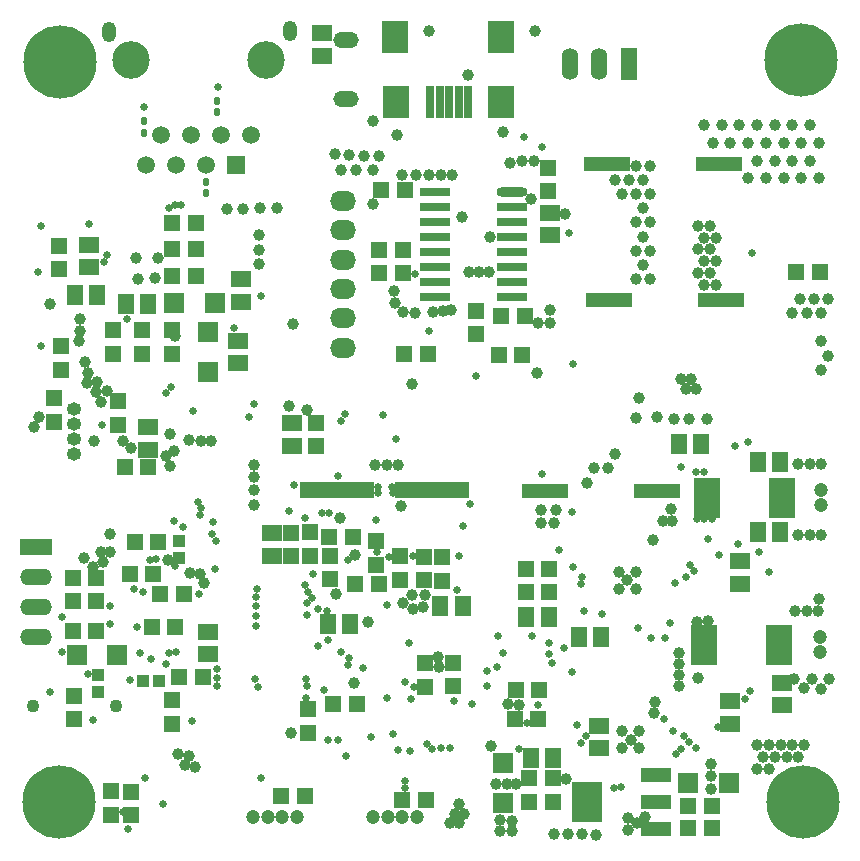
<source format=gbs>
G04*
G04 #@! TF.GenerationSoftware,Altium Limited,Altium Designer,20.0.2 (26)*
G04*
G04 Layer_Color=16711935*
%FSLAX25Y25*%
%MOIN*%
G70*
G01*
G75*
%ADD74R,0.05600X0.05600*%
%ADD75R,0.05600X0.05600*%
%ADD76R,0.04100X0.04100*%
%ADD77R,0.04100X0.04100*%
%ADD78R,0.02769X0.10642*%
%ADD80R,0.05718X0.06506*%
%ADD81R,0.10249X0.13792*%
%ADD82R,0.10249X0.04737*%
%ADD84R,0.06800X0.06800*%
%ADD85R,0.15800X0.05131*%
%ADD89R,0.06506X0.05718*%
%ADD114R,0.08674X0.10642*%
%ADD117R,0.24800X0.05524*%
%ADD120C,0.05906*%
%ADD121C,0.24422*%
%ADD122R,0.05524X0.10642*%
%ADD123O,0.05524X0.10642*%
%ADD124C,0.04737*%
%ADD125O,0.04934X0.04343*%
%ADD126C,0.04343*%
%ADD127R,0.10642X0.05524*%
%ADD128O,0.10642X0.05524*%
%ADD129R,0.05906X0.05906*%
%ADD130C,0.12520*%
%ADD131O,0.04737X0.06800*%
%ADD132O,0.08474X0.05324*%
%ADD133O,0.08674X0.06706*%
%ADD134C,0.02572*%
%ADD135C,0.03950*%
%ADD136C,0.02572*%
%ADD187R,0.06800X0.06800*%
%ADD188R,0.08800X0.13300*%
%ADD189O,0.10443X0.03100*%
%ADD190R,0.10443X0.03100*%
G04:AMPARAMS|DCode=191|XSize=27.29mil|YSize=19.81mil|CornerRadius=5.48mil|HoleSize=0mil|Usage=FLASHONLY|Rotation=90.000|XOffset=0mil|YOffset=0mil|HoleType=Round|Shape=RoundedRectangle|*
%AMROUNDEDRECTD191*
21,1,0.02729,0.00886,0,0,90.0*
21,1,0.01634,0.01981,0,0,90.0*
1,1,0.01095,0.00443,0.00817*
1,1,0.01095,0.00443,-0.00817*
1,1,0.01095,-0.00443,-0.00817*
1,1,0.01095,-0.00443,0.00817*
%
%ADD191ROUNDEDRECTD191*%
D74*
X-1200Y14437D02*
D03*
Y6563D02*
D03*
X97000Y49463D02*
D03*
Y57337D02*
D03*
X131500Y18937D02*
D03*
Y11063D02*
D03*
X139500Y18937D02*
D03*
Y11063D02*
D03*
X-20200Y46437D02*
D03*
Y38563D02*
D03*
X12700Y44937D02*
D03*
Y37063D02*
D03*
X-7600Y6763D02*
D03*
Y14637D02*
D03*
X-5500Y136763D02*
D03*
Y144637D02*
D03*
X-26900Y145737D02*
D03*
Y137863D02*
D03*
X52400Y100837D02*
D03*
Y92963D02*
D03*
X58700Y100937D02*
D03*
Y93063D02*
D03*
X65100Y85263D02*
D03*
Y93137D02*
D03*
X96500Y84963D02*
D03*
Y92837D02*
D03*
X106400Y57537D02*
D03*
Y49663D02*
D03*
X102500Y84863D02*
D03*
Y92737D02*
D03*
X58000Y34163D02*
D03*
Y42037D02*
D03*
X80500Y97937D02*
D03*
Y90063D02*
D03*
X88600Y85063D02*
D03*
Y92937D02*
D03*
X60600Y137537D02*
D03*
Y129663D02*
D03*
X138000Y222437D02*
D03*
Y214563D02*
D03*
X114000Y174837D02*
D03*
Y166963D02*
D03*
X-7000Y160477D02*
D03*
Y168351D02*
D03*
X2500Y160477D02*
D03*
Y168351D02*
D03*
X12500Y160477D02*
D03*
Y168351D02*
D03*
X-25000Y196433D02*
D03*
Y188559D02*
D03*
X-24500Y155063D02*
D03*
Y162937D02*
D03*
D75*
X-1537Y87200D02*
D03*
X6337D02*
D03*
X8037Y97600D02*
D03*
X163D02*
D03*
X-20537Y78200D02*
D03*
X-12663D02*
D03*
X12649Y204000D02*
D03*
X20523D02*
D03*
X66263Y43800D02*
D03*
X74137D02*
D03*
X228437Y187800D02*
D03*
X220563D02*
D03*
X192437Y2500D02*
D03*
X184563D02*
D03*
X192437Y9600D02*
D03*
X184563D02*
D03*
X16537Y80300D02*
D03*
X8663D02*
D03*
X13637Y69500D02*
D03*
X5763D02*
D03*
X-20537Y68200D02*
D03*
X-12663D02*
D03*
X-20537Y85600D02*
D03*
X-12663D02*
D03*
X15063Y52700D02*
D03*
X22937D02*
D03*
X-3237Y122600D02*
D03*
X4637D02*
D03*
X72937Y99300D02*
D03*
X65063D02*
D03*
X81437Y83800D02*
D03*
X73563D02*
D03*
X56874Y13000D02*
D03*
X49000D02*
D03*
X97237Y11700D02*
D03*
X89363D02*
D03*
X126763Y38700D02*
D03*
X134637D02*
D03*
X127163Y48400D02*
D03*
X135037D02*
D03*
X130463Y88600D02*
D03*
X138337D02*
D03*
X130463Y81100D02*
D03*
X138337D02*
D03*
X89437Y195000D02*
D03*
X81563D02*
D03*
X81563Y187500D02*
D03*
X89437D02*
D03*
X130237Y173100D02*
D03*
X122363D02*
D03*
X129337Y159900D02*
D03*
X121463D02*
D03*
X90063Y160400D02*
D03*
X97937D02*
D03*
X90237Y214900D02*
D03*
X82363D02*
D03*
X20523Y186500D02*
D03*
X12649D02*
D03*
X20523Y195500D02*
D03*
X12649D02*
D03*
D76*
X15000Y92450D02*
D03*
Y97950D02*
D03*
X-12100Y47750D02*
D03*
Y53250D02*
D03*
D77*
X8300Y51500D02*
D03*
X2800D02*
D03*
D78*
X98701Y244500D02*
D03*
X101850D02*
D03*
X105000D02*
D03*
X108150D02*
D03*
X111299D02*
D03*
D80*
X64460Y70400D02*
D03*
X71940D02*
D03*
X109540Y76500D02*
D03*
X102059D02*
D03*
X132160Y25600D02*
D03*
X139640D02*
D03*
X148160Y66100D02*
D03*
X155640D02*
D03*
X138140Y72600D02*
D03*
X130659D02*
D03*
X207760Y124500D02*
D03*
X215241D02*
D03*
X181560Y130300D02*
D03*
X189041D02*
D03*
X215240Y101000D02*
D03*
X207759D02*
D03*
X-19740Y180000D02*
D03*
X-12259D02*
D03*
X-2740Y177000D02*
D03*
X4741D02*
D03*
D81*
X151000Y11000D02*
D03*
D82*
X173835Y20055D02*
D03*
X173835Y11000D02*
D03*
X173835Y1945D02*
D03*
D84*
X184649Y17280D02*
D03*
X198149D02*
D03*
X-19251Y59980D02*
D03*
X-5751D02*
D03*
X13249Y177480D02*
D03*
X26749D02*
D03*
D85*
X174201Y114600D02*
D03*
X136799D02*
D03*
X158099Y178400D02*
D03*
X195501D02*
D03*
X157499Y223600D02*
D03*
X194901D02*
D03*
D89*
X198700Y44640D02*
D03*
Y37159D02*
D03*
X215800Y50800D02*
D03*
Y43320D02*
D03*
X52500Y137240D02*
D03*
Y129760D02*
D03*
X24500Y67740D02*
D03*
Y60259D02*
D03*
X4600Y135940D02*
D03*
Y128460D02*
D03*
X45800Y93160D02*
D03*
X45800Y100640D02*
D03*
X154900Y36440D02*
D03*
Y28960D02*
D03*
X201900Y91340D02*
D03*
Y83859D02*
D03*
X138500Y200020D02*
D03*
Y207500D02*
D03*
X34500Y157260D02*
D03*
Y164741D02*
D03*
X35500Y177760D02*
D03*
Y185240D02*
D03*
X-15000Y189260D02*
D03*
Y196740D02*
D03*
X62500Y267240D02*
D03*
Y259759D02*
D03*
D114*
X87283Y244500D02*
D03*
X122323D02*
D03*
X86890Y266154D02*
D03*
X122323D02*
D03*
D117*
X67600Y114900D02*
D03*
X99096D02*
D03*
D120*
X4000Y223500D02*
D03*
X9000Y233500D02*
D03*
X39000D02*
D03*
X29000D02*
D03*
X14000Y223500D02*
D03*
X24000D02*
D03*
X19000Y233500D02*
D03*
D121*
X-25000Y11000D02*
D03*
X223000D02*
D03*
X222300Y258300D02*
D03*
X-24600Y257600D02*
D03*
D122*
X164842Y257000D02*
D03*
D123*
X155000D02*
D03*
X145158D02*
D03*
D124*
X228500Y65921D02*
D03*
Y61000D02*
D03*
X54264Y6000D02*
D03*
X39500D02*
D03*
X44421D02*
D03*
X49343D02*
D03*
X94264D02*
D03*
X79500D02*
D03*
X84421D02*
D03*
X89342D02*
D03*
X228900Y115061D02*
D03*
Y110139D02*
D03*
D125*
X-20000Y141921D02*
D03*
Y137000D02*
D03*
Y132079D02*
D03*
Y127157D02*
D03*
D126*
X-6120Y43000D02*
D03*
X-33680D02*
D03*
D127*
X-32600Y95900D02*
D03*
D128*
Y85900D02*
D03*
Y75900D02*
D03*
Y65900D02*
D03*
D129*
X34000Y223500D02*
D03*
D130*
X-1000Y258500D02*
D03*
X44000D02*
D03*
D131*
X-8421Y267772D02*
D03*
X51815Y268165D02*
D03*
D132*
X70500Y265000D02*
D03*
Y245315D02*
D03*
D133*
X69700Y211485D02*
D03*
Y201800D02*
D03*
Y191800D02*
D03*
Y172272D02*
D03*
Y162272D02*
D03*
Y181957D02*
D03*
D134*
X21900Y106700D02*
D03*
X12400Y149300D02*
D03*
X10600Y147400D02*
D03*
X64300Y74800D02*
D03*
X57931Y81218D02*
D03*
X57674Y77374D02*
D03*
X90100Y15700D02*
D03*
X93700Y186917D02*
D03*
X148948Y83652D02*
D03*
X155755Y73747D02*
D03*
X178686Y70614D02*
D03*
X187400Y29000D02*
D03*
X185000Y31000D02*
D03*
X183300Y33000D02*
D03*
X179600Y34700D02*
D03*
X42300Y19000D02*
D03*
X84300Y45800D02*
D03*
X90200Y18000D02*
D03*
X102300Y28900D02*
D03*
X112600Y43700D02*
D03*
X128215Y28834D02*
D03*
X57300Y45800D02*
D03*
X63400Y48318D02*
D03*
X71200Y56600D02*
D03*
X59500Y86900D02*
D03*
X71100Y91600D02*
D03*
X183800Y86200D02*
D03*
X145934Y54225D02*
D03*
X147657Y36600D02*
D03*
X150514Y33195D02*
D03*
X182200Y28700D02*
D03*
X160000Y15800D02*
D03*
X-2500Y172100D02*
D03*
X40800Y82200D02*
D03*
X59300Y79100D02*
D03*
X26044Y100344D02*
D03*
X39900Y143800D02*
D03*
X70400Y140500D02*
D03*
X51500Y108000D02*
D03*
X56927Y105675D02*
D03*
X11500Y60600D02*
D03*
X13800Y60900D02*
D03*
X40600Y69800D02*
D03*
X40500Y76300D02*
D03*
X40600Y79300D02*
D03*
Y73000D02*
D03*
X13100Y104700D02*
D03*
X22200Y109000D02*
D03*
X5100Y91700D02*
D03*
X121000Y55900D02*
D03*
X123000Y60700D02*
D03*
X146200Y157100D02*
D03*
X99200Y28600D02*
D03*
X108400Y93200D02*
D03*
X-10000Y191100D02*
D03*
X27800Y249400D02*
D03*
X3200Y242700D02*
D03*
X149393Y85984D02*
D03*
X148931Y30821D02*
D03*
X88000Y28300D02*
D03*
X91800Y28000D02*
D03*
X134700Y43300D02*
D03*
X106700Y44700D02*
D03*
X67800Y119800D02*
D03*
X68800Y138200D02*
D03*
X93200Y49300D02*
D03*
X91500Y63900D02*
D03*
X80800Y94300D02*
D03*
X70600Y26300D02*
D03*
X64600Y31600D02*
D03*
X78800Y32700D02*
D03*
X86300Y33700D02*
D03*
X97700Y30400D02*
D03*
X105200Y29100D02*
D03*
X130953Y37300D02*
D03*
X146300Y89500D02*
D03*
X68000Y31700D02*
D03*
X19600Y141400D02*
D03*
X84900Y92700D02*
D03*
X92900Y93000D02*
D03*
X84400Y76700D02*
D03*
X83000Y139900D02*
D03*
X135900Y120500D02*
D03*
X80600Y105200D02*
D03*
X111990Y110300D02*
D03*
X121100Y66500D02*
D03*
X68800Y61000D02*
D03*
X76100Y55800D02*
D03*
X117700Y49600D02*
D03*
X90100Y51000D02*
D03*
X117500Y54600D02*
D03*
X132700Y66400D02*
D03*
X138100Y64100D02*
D03*
X138400Y60300D02*
D03*
X139147Y57347D02*
D03*
X92400Y45300D02*
D03*
X64600Y65200D02*
D03*
X71700Y58900D02*
D03*
X56800Y83300D02*
D03*
X109500Y103100D02*
D03*
X42300Y179700D02*
D03*
X53100Y116800D02*
D03*
X87400Y132200D02*
D03*
X62600Y107400D02*
D03*
X27000Y88768D02*
D03*
X107599Y81700D02*
D03*
X7400Y92200D02*
D03*
X13500Y89600D02*
D03*
X16100Y102800D02*
D03*
X40090Y52090D02*
D03*
X27700Y55300D02*
D03*
X57383Y52017D02*
D03*
X57500Y49600D02*
D03*
X61200Y63000D02*
D03*
X57600Y73500D02*
D03*
X26100Y104300D02*
D03*
X61200Y75400D02*
D03*
X27200Y97900D02*
D03*
X21100Y111200D02*
D03*
X72400Y84000D02*
D03*
X38400Y139473D02*
D03*
X41400Y49400D02*
D03*
X88200Y113900D02*
D03*
X88000Y116200D02*
D03*
X78900Y113900D02*
D03*
Y116000D02*
D03*
X86100Y113900D02*
D03*
X86000Y116200D02*
D03*
X81100Y113900D02*
D03*
Y116000D02*
D03*
X64900Y107300D02*
D03*
X176550Y38600D02*
D03*
X143200Y62300D02*
D03*
X162300Y16000D02*
D03*
X176800Y65750D02*
D03*
X195013Y93313D02*
D03*
X180500Y26900D02*
D03*
X203600Y45500D02*
D03*
X211600Y87800D02*
D03*
X205400Y48200D02*
D03*
X194500Y36100D02*
D03*
X172400Y65600D02*
D03*
X3500Y19000D02*
D03*
X0Y82200D02*
D03*
X27700Y52300D02*
D03*
Y49700D02*
D03*
X800Y69500D02*
D03*
X3000Y81200D02*
D03*
X-8200Y76400D02*
D03*
X-8054Y70553D02*
D03*
X-28100Y47800D02*
D03*
X21700Y80500D02*
D03*
X-13600Y38368D02*
D03*
X19100Y37900D02*
D03*
X-24000Y61000D02*
D03*
X-24200Y72600D02*
D03*
X-3800Y7600D02*
D03*
X9500Y10300D02*
D03*
X-2229Y2071D02*
D03*
X-15400Y53600D02*
D03*
X5700Y58800D02*
D03*
X1865Y60744D02*
D03*
X10700Y57100D02*
D03*
X-1300Y51600D02*
D03*
X-10700Y136600D02*
D03*
X189895Y120999D02*
D03*
X187395D02*
D03*
X180216Y84016D02*
D03*
X191100Y98800D02*
D03*
X149900Y74700D02*
D03*
X185200Y90000D02*
D03*
X167800Y69200D02*
D03*
X186685Y88085D02*
D03*
X208300Y94500D02*
D03*
X192500Y105500D02*
D03*
X187500D02*
D03*
X190000D02*
D03*
X182300Y122800D02*
D03*
X200300Y129800D02*
D03*
X204500Y131000D02*
D03*
X206000Y194000D02*
D03*
X141600Y95000D02*
D03*
X145850Y107750D02*
D03*
X201100Y97200D02*
D03*
X135900Y229500D02*
D03*
X129800Y232600D02*
D03*
X98100Y168000D02*
D03*
X113900Y153200D02*
D03*
X145000Y200800D02*
D03*
X33100Y168900D02*
D03*
X11700Y209200D02*
D03*
X15700Y210000D02*
D03*
X13600D02*
D03*
D135*
X79500Y237900D02*
D03*
X98167Y267900D02*
D03*
X133600D02*
D03*
X122900Y234300D02*
D03*
X132300Y212000D02*
D03*
X118498Y199402D02*
D03*
X109300Y206000D02*
D03*
X106000Y220200D02*
D03*
X98400D02*
D03*
X94000D02*
D03*
X102200D02*
D03*
X179883Y138630D02*
D03*
X52132Y34032D02*
D03*
X119000Y29800D02*
D03*
X25700Y131400D02*
D03*
X22100D02*
D03*
X18300Y131600D02*
D03*
X13400Y128100D02*
D03*
X10436Y126372D02*
D03*
X12011Y123222D02*
D03*
X73700Y93400D02*
D03*
X11100Y91800D02*
D03*
X52800Y170300D02*
D03*
X21800Y87100D02*
D03*
X101300Y59300D02*
D03*
X78000Y71000D02*
D03*
X87600Y233300D02*
D03*
X87900Y123300D02*
D03*
X84200D02*
D03*
X80200Y123400D02*
D03*
X39800Y110200D02*
D03*
X231500Y52200D02*
D03*
X225800D02*
D03*
X219900Y52000D02*
D03*
X88800Y109600D02*
D03*
X68646Y105800D02*
D03*
X40000Y119250D02*
D03*
Y123400D02*
D03*
Y115100D02*
D03*
X57600Y141700D02*
D03*
X51600Y142900D02*
D03*
X73300Y50800D02*
D03*
X101700Y56200D02*
D03*
X67300Y80500D02*
D03*
X89500Y77400D02*
D03*
X92800Y75400D02*
D03*
X96400Y76100D02*
D03*
X92600Y80200D02*
D03*
X96800D02*
D03*
X128400Y43400D02*
D03*
X124700Y43700D02*
D03*
X135525Y103900D02*
D03*
X135600Y108300D02*
D03*
X140000Y103900D02*
D03*
X140475Y108400D02*
D03*
X150769Y117523D02*
D03*
X160218Y126972D02*
D03*
X157855Y122247D02*
D03*
X153131D02*
D03*
X20200Y22600D02*
D03*
X18400Y26400D02*
D03*
X16825Y23250D02*
D03*
X18500Y87400D02*
D03*
X-11200Y94400D02*
D03*
X-10500Y91200D02*
D03*
X-8000Y100300D02*
D03*
X-13800Y89400D02*
D03*
X13600Y166300D02*
D03*
X181500Y60700D02*
D03*
X181600Y57200D02*
D03*
X181700Y53300D02*
D03*
Y49700D02*
D03*
X173500Y44300D02*
D03*
X173100Y40600D02*
D03*
X228200Y78700D02*
D03*
X223300Y48900D02*
D03*
X229000Y48700D02*
D03*
X143800Y18600D02*
D03*
X164700Y1600D02*
D03*
X170100Y6200D02*
D03*
X167500Y4000D02*
D03*
X164600Y5700D02*
D03*
X127300Y16900D02*
D03*
X124100D02*
D03*
X153900Y200D02*
D03*
X149400Y300D02*
D03*
X144500D02*
D03*
X140000Y400D02*
D03*
X125849Y1287D02*
D03*
X121849Y1487D02*
D03*
X121949Y4987D02*
D03*
X126049Y4687D02*
D03*
X120500Y16900D02*
D03*
X187500Y71200D02*
D03*
X187800Y52300D02*
D03*
X223335Y29921D02*
D03*
X219398D02*
D03*
X221366Y25984D02*
D03*
X215461Y29921D02*
D03*
X217429Y25984D02*
D03*
X211524Y29921D02*
D03*
X213492Y25984D02*
D03*
X211524Y22047D02*
D03*
X207587Y29921D02*
D03*
X209555Y25984D02*
D03*
X207587Y22047D02*
D03*
X192100Y15500D02*
D03*
X192200Y19700D02*
D03*
X192100Y23800D02*
D03*
X191300Y71400D02*
D03*
X220200Y74700D02*
D03*
X224137D02*
D03*
X228074D02*
D03*
X102900Y174600D02*
D03*
X105700Y175200D02*
D03*
X99600Y174300D02*
D03*
X-8000Y94400D02*
D03*
X-16900Y92300D02*
D03*
X23400Y84000D02*
D03*
X108374Y10236D02*
D03*
X109949Y7087D02*
D03*
X108374Y3937D02*
D03*
X106799Y7087D02*
D03*
X105225Y3937D02*
D03*
X14500Y27200D02*
D03*
X-31783Y139370D02*
D03*
X-33358Y136221D02*
D03*
X11900Y133600D02*
D03*
X-13500Y131300D02*
D03*
X-3700Y131400D02*
D03*
X-1000Y129000D02*
D03*
X-16300Y157700D02*
D03*
X-11100Y144500D02*
D03*
X-15800Y150800D02*
D03*
X-12900Y147700D02*
D03*
X187115Y148819D02*
D03*
X185540Y151969D02*
D03*
X183965Y148819D02*
D03*
X182390Y151969D02*
D03*
X231209Y178740D02*
D03*
Y159843D02*
D03*
X226484Y178740D02*
D03*
X228847Y174016D02*
D03*
Y164567D02*
D03*
Y155118D02*
D03*
X221760Y178740D02*
D03*
X224122Y174016D02*
D03*
X219398D02*
D03*
X167100Y138900D02*
D03*
X190883Y138730D02*
D03*
X184983Y138630D02*
D03*
X174399Y139400D02*
D03*
X168100Y145699D02*
D03*
X179000Y108700D02*
D03*
X179241Y104725D02*
D03*
X176091D02*
D03*
X172941Y98425D02*
D03*
X229074Y123800D02*
D03*
Y100178D02*
D03*
X225137Y123800D02*
D03*
Y100178D02*
D03*
X221200Y123800D02*
D03*
Y100178D02*
D03*
X167329Y223160D02*
D03*
Y194813D02*
D03*
X162605Y213711D02*
D03*
X172054Y194813D02*
D03*
X167329Y213711D02*
D03*
X172054D02*
D03*
X169691Y199538D02*
D03*
X172054Y223160D02*
D03*
X169691Y208987D02*
D03*
X167329Y185365D02*
D03*
X172054D02*
D03*
X167329Y204262D02*
D03*
X164967Y218436D02*
D03*
X169691D02*
D03*
Y190089D02*
D03*
X172054Y204262D02*
D03*
X160243Y218436D02*
D03*
X225303Y236614D02*
D03*
X228256Y230709D02*
D03*
X225303Y224803D02*
D03*
X228256Y218898D02*
D03*
X219397Y236614D02*
D03*
X222350Y230709D02*
D03*
X219397Y224803D02*
D03*
X222350Y218898D02*
D03*
X213492Y236614D02*
D03*
X216445Y230709D02*
D03*
X213492Y224803D02*
D03*
X216445Y218898D02*
D03*
X207587Y236614D02*
D03*
X210539Y230709D02*
D03*
X207587Y224803D02*
D03*
X210539Y218898D02*
D03*
X201681Y236614D02*
D03*
X204634Y230709D02*
D03*
Y218898D02*
D03*
X195775Y236614D02*
D03*
X198728Y230709D02*
D03*
X189870Y236614D02*
D03*
X192823Y230709D02*
D03*
X191839Y203150D02*
D03*
X193807Y199213D02*
D03*
X191839Y195276D02*
D03*
X193807Y191339D02*
D03*
X191839Y187402D02*
D03*
X193807Y183465D02*
D03*
X187902Y203150D02*
D03*
X189870Y199213D02*
D03*
X187902Y195276D02*
D03*
X189870Y191339D02*
D03*
X187902Y187402D02*
D03*
X189870Y183465D02*
D03*
X129100Y224600D02*
D03*
X68900Y221800D02*
D03*
X79600Y210400D02*
D03*
X81600Y226500D02*
D03*
X76500D02*
D03*
X79700Y221800D02*
D03*
X134300Y154200D02*
D03*
X111300Y253400D02*
D03*
X114900Y187700D02*
D03*
X118200D02*
D03*
X133400Y224600D02*
D03*
X125100Y224000D02*
D03*
X89100Y220200D02*
D03*
X66900Y226900D02*
D03*
X71500Y226800D02*
D03*
X73800Y221800D02*
D03*
X143500Y207000D02*
D03*
X111500Y187700D02*
D03*
X134700Y170800D02*
D03*
X138600D02*
D03*
Y175000D02*
D03*
X92554Y150377D02*
D03*
X93700Y174200D02*
D03*
X89600Y174400D02*
D03*
X86700Y181400D02*
D03*
X87000Y177400D02*
D03*
X7000Y185800D02*
D03*
X1100Y185300D02*
D03*
X8000Y192400D02*
D03*
X700D02*
D03*
X41600Y195100D02*
D03*
X41500Y199900D02*
D03*
X41600Y190500D02*
D03*
X30800Y208700D02*
D03*
X36400Y208800D02*
D03*
X41800Y209000D02*
D03*
X47600D02*
D03*
X-15300Y154100D02*
D03*
X-9100Y148100D02*
D03*
X-12500Y151000D02*
D03*
X-18300Y164800D02*
D03*
X-18200Y168000D02*
D03*
X-28200Y177000D02*
D03*
X-18200Y172100D02*
D03*
X162593Y28903D02*
D03*
Y34612D02*
D03*
X168302D02*
D03*
Y28903D02*
D03*
X165447Y31758D02*
D03*
X161546Y82146D02*
D03*
Y87854D02*
D03*
X167254D02*
D03*
Y82146D02*
D03*
X164400Y85000D02*
D03*
D136*
X-9156Y193344D02*
D03*
X-31200Y202900D02*
D03*
X-15100Y203700D02*
D03*
X-31000Y163000D02*
D03*
X-32100Y187800D02*
D03*
D187*
X122819Y10649D02*
D03*
Y24149D02*
D03*
X24480Y167751D02*
D03*
Y154251D02*
D03*
D188*
X215000Y63400D02*
D03*
X190000D02*
D03*
X216000Y112500D02*
D03*
X191000D02*
D03*
D189*
X125795Y214402D02*
D03*
D190*
Y209402D02*
D03*
Y204402D02*
D03*
Y199402D02*
D03*
Y194402D02*
D03*
Y189402D02*
D03*
Y184402D02*
D03*
Y179402D02*
D03*
X100205Y179402D02*
D03*
Y184402D02*
D03*
Y189402D02*
D03*
Y194402D02*
D03*
Y199402D02*
D03*
Y204402D02*
D03*
Y209402D02*
D03*
Y214402D02*
D03*
D191*
X3200Y237988D02*
D03*
Y234012D02*
D03*
X24000Y213912D02*
D03*
Y217888D02*
D03*
X27500Y244888D02*
D03*
Y240912D02*
D03*
M02*

</source>
